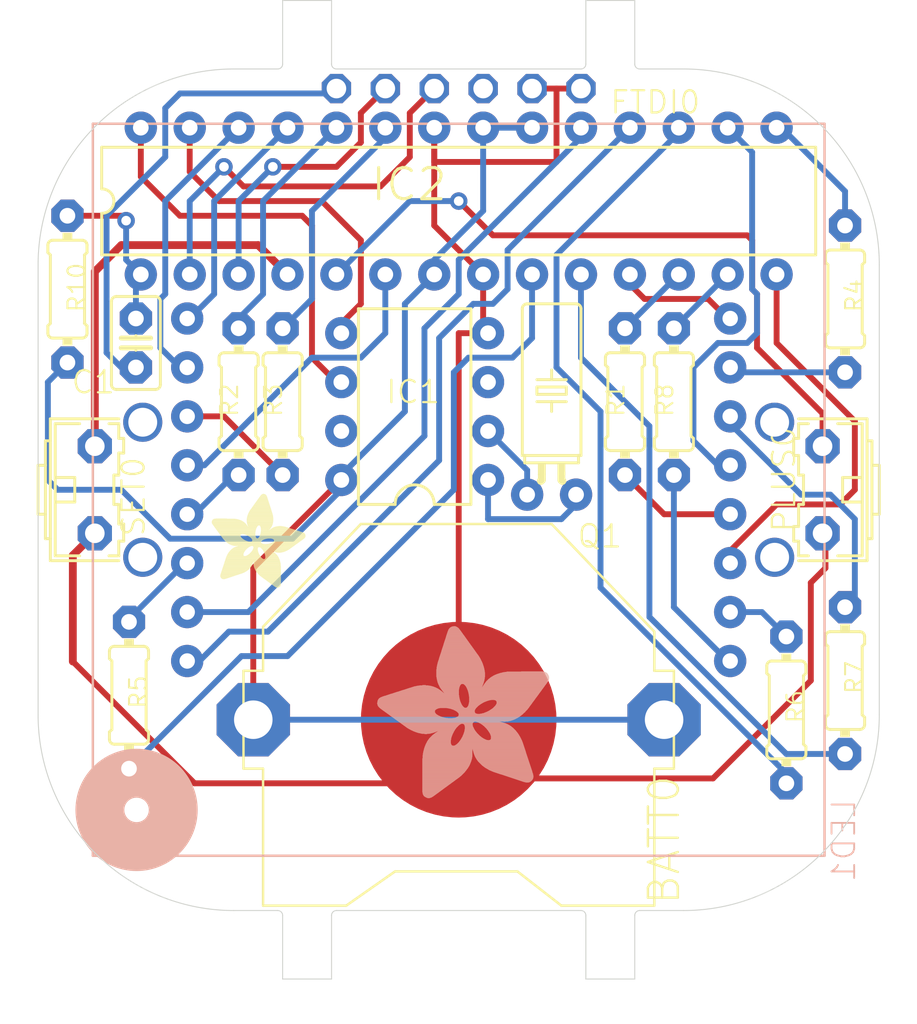
<source format=kicad_pcb>
(kicad_pcb (version 20221018) (generator pcbnew)
  (layers (0 "F.Cu" signal) (1 "In1.Cu" signal) (2 "In2.Cu" signal) (3 "In3.Cu" signal) (4 "In4.Cu" signal) (5 "In5.Cu" signal) (6 "In6.Cu" signal) (7 "In7.Cu" signal) (8 "In8.Cu" signal) (9 "In9.Cu" signal) (10 "In10.Cu" signal) (11 "In11.Cu" signal) (12 "In12.Cu" signal) (13 "In13.Cu" signal) (14 "In14.Cu" signal) (31 "B.Cu" signal) (34 "B.Paste" user) (35 "F.Paste" user) (36 "B.SilkS" user "B.Silkscreen") (37 "F.SilkS" user "F.Silkscreen") (38 "B.Mask" user) (39 "F.Mask" user) (44 "Edge.Cuts" user))
  (net 0 "")
  (net 1 "GND")
  (net 2 "VCC")
  (net 3 "N$1")
  (net 4 "N$2")
  (net 5 "N$3")
  (net 6 "I2C_SDA")
  (net 7 "I2C_SCL")
  (net 8 "LEDCATHODE0")
  (net 9 "LEDCATHODE1")
  (net 10 "LEDCATHODE2")
  (net 11 "LEDCATHODE5")
  (net 12 "LEDCATHODE7")
  (net 13 "LEDCATHODE6")
  (net 14 "LEDCATHODE3")
  (net 15 "LEDCATHODE4")
  (net 16 "LEDANODE7")
  (net 17 "LEDANODE6")
  (net 18 "LEDANODE5")
  (net 19 "LEDANODE4")
  (net 20 "LEDANODE3")
  (net 21 "LEDANODE2")
  (net 22 "LEDANODE1")
  (net 23 "LEDANODE0")
  (net 24 "N$10")
  (net 25 "N$7")
  (net 26 "N$6")
  (net 27 "N$13")
  (net 28 "N$14")
  (net 29 "N$9")
  (net 30 "N$8")
  (net 31 "N$11")
  (net 32 "TXD")
  (net 33 "RXD")
  (net 34 "N$16")
  (net 35 "N$4")
  (net 36 "N$5")
  (footprint "working:1X06-CLEAN" (layer "F.Cu") (at 148.5011 84.1756 180)
    (fp_text reference "FTDI0" (at -7.7978 -0.7112) (layer "F.SilkS") (effects (font (size 1.1557 1.1557) (thickness 0.1143)) (justify left)))
    (fp_text value "DNP")
    (pad "1" thru_hole roundrect (at -6.35 0 270) (size 1.524 1.524) (drill 1.016) (layers "*.Cu" "*.Mask") (chamfer_ratio 0.2928932188) (chamfer top_left top_right bottom_left bottom_right) (net 1 "GND"))
    (pad "2" thru_hole roundrect (at -3.81 0 270) (size 1.524 1.524) (drill 1.016) (layers "*.Cu" "*.Mask") (chamfer_ratio 0.2928932188) (chamfer top_left top_right bottom_left bottom_right) (net 1 "GND"))
    (pad "3" thru_hole roundrect (at -1.27 0 270) (size 1.524 1.524) (drill 1.016) (layers "*.Cu" "*.Mask") (chamfer_ratio 0.2928932188) (chamfer top_left top_right bottom_left bottom_right))
    (pad "4" thru_hole roundrect (at 1.27 0 270) (size 1.524 1.524) (drill 1.016) (layers "*.Cu" "*.Mask") (chamfer_ratio 0.2928932188) (chamfer top_left top_right bottom_left bottom_right) (net 33 "RXD"))
    (pad "5" thru_hole roundrect (at 3.81 0 270) (size 1.524 1.524) (drill 1.016) (layers "*.Cu" "*.Mask") (chamfer_ratio 0.2928932188) (chamfer top_left top_right bottom_left bottom_right) (net 32 "TXD"))
    (pad "6" thru_hole roundrect (at 6.35 0 270) (size 1.524 1.524) (drill 1.016) (layers "*.Cu" "*.Mask") (chamfer_ratio 0.2928932188) (chamfer top_left top_right bottom_left bottom_right) (net 34 "N$16"))
  )
  (footprint "working:0204_7" (layer "F.Cu") (at 157.1371 100.4316 -90)
    (fp_text reference "R1" (at -1.016 0.4826 90) (layer "F.SilkS") (effects (font (size 0.885993 0.885993) (thickness 0.104607)) (justify right)))
    (fp_text value "47")
    (pad "1" thru_hole roundrect (at -3.81 0 270) (size 1.6764 1.6764) (drill 0.8128) (layers "*.Cu" "*.Mask") (chamfer_ratio 0.2928932188) (chamfer top_left top_right bottom_left bottom_right) (net 26 "N$6"))
    (pad "2" thru_hole roundrect (at 3.81 0 270) (size 1.6764 1.6764) (drill 0.8128) (layers "*.Cu" "*.Mask") (chamfer_ratio 0.2928932188) (chamfer top_left top_right bottom_left bottom_right) (net 23 "LEDANODE0"))
  )
  (footprint "working:0204_7" (layer "F.Cu") (at 137.0711 100.4316 -90)
    (fp_text reference "R2" (at -1.016 0.4826 90) (layer "F.SilkS") (effects (font (size 0.885993 0.885993) (thickness 0.104607)) (justify right)))
    (fp_text value "47")
    (pad "1" thru_hole roundrect (at -3.81 0 270) (size 1.6764 1.6764) (drill 0.8128) (layers "*.Cu" "*.Mask") (chamfer_ratio 0.2928932188) (chamfer top_left top_right bottom_left bottom_right) (net 24 "N$10"))
    (pad "2" thru_hole roundrect (at 3.81 0 270) (size 1.6764 1.6764) (drill 0.8128) (layers "*.Cu" "*.Mask") (chamfer_ratio 0.2928932188) (chamfer top_left top_right bottom_left bottom_right) (net 21 "LEDANODE2"))
  )
  (footprint "working:0204_7" (layer "F.Cu") (at 131.3779 115.6716 90)
    (fp_text reference "R5" (at -0.762 0.4826 90) (layer "F.SilkS") (effects (font (size 0.885993 0.885993) (thickness 0.104607)) (justify left)))
    (fp_text value "47")
    (pad "1" thru_hole roundrect (at -3.81 0 90) (size 1.6764 1.6764) (drill 0.8128) (layers "*.Cu" "*.Mask") (chamfer_ratio 0.2928932188) (chamfer top_left top_right bottom_left bottom_right) (net 30 "N$8"))
    (pad "2" thru_hole roundrect (at 3.81 0 90) (size 1.6764 1.6764) (drill 0.8128) (layers "*.Cu" "*.Mask") (chamfer_ratio 0.2928932188) (chamfer top_left top_right bottom_left bottom_right) (net 22 "LEDANODE1"))
  )
  (footprint "working:DIL28-3-ROUND" (layer "F.Cu") (at 148.5011 90.0176)
    (fp_text reference "IC2" (at -0.508 -0.8636) (layer "F.SilkS") (effects (font (size 1.61798 1.61798) (thickness 0.16002)) (justify right)))
    (fp_text value "ATMEGA168PROUND")
    (pad "1" thru_hole circle (at -16.51 3.81 90) (size 1.6764 1.6764) (drill 0.8128) (layers "*.Cu" "*.Mask") (net 3 "N$1"))
    (pad "2" thru_hole circle (at -13.97 3.81 90) (size 1.6764 1.6764) (drill 0.8128) (layers "*.Cu" "*.Mask") (net 33 "RXD"))
    (pad "3" thru_hole circle (at -11.43 3.81 90) (size 1.6764 1.6764) (drill 0.8128) (layers "*.Cu" "*.Mask") (net 32 "TXD"))
    (pad "4" thru_hole circle (at -8.89 3.81 90) (size 1.6764 1.6764) (drill 0.8128) (layers "*.Cu" "*.Mask") (net 35 "N$4"))
    (pad "5" thru_hole circle (at -6.35 3.81 90) (size 1.6764 1.6764) (drill 0.8128) (layers "*.Cu" "*.Mask") (net 36 "N$5"))
    (pad "6" thru_hole circle (at -3.81 3.81 90) (size 1.6764 1.6764) (drill 0.8128) (layers "*.Cu" "*.Mask") (net 12 "LEDCATHODE7"))
    (pad "7" thru_hole circle (at -1.27 3.81 90) (size 1.6764 1.6764) (drill 0.8128) (layers "*.Cu" "*.Mask") (net 2 "VCC"))
    (pad "8" thru_hole circle (at 1.27 3.81 90) (size 1.6764 1.6764) (drill 0.8128) (layers "*.Cu" "*.Mask") (net 1 "GND"))
    (pad "9" thru_hole circle (at 3.81 3.81 90) (size 1.6764 1.6764) (drill 0.8128) (layers "*.Cu" "*.Mask") (net 30 "N$8"))
    (pad "10" thru_hole circle (at 6.35 3.81 90) (size 1.6764 1.6764) (drill 0.8128) (layers "*.Cu" "*.Mask") (net 29 "N$9"))
    (pad "11" thru_hole circle (at 8.89 3.81 90) (size 1.6764 1.6764) (drill 0.8128) (layers "*.Cu" "*.Mask") (net 8 "LEDCATHODE0"))
    (pad "12" thru_hole circle (at 11.43 3.81 90) (size 1.6764 1.6764) (drill 0.8128) (layers "*.Cu" "*.Mask") (net 26 "N$6"))
    (pad "13" thru_hole circle (at 13.97 3.81 90) (size 1.6764 1.6764) (drill 0.8128) (layers "*.Cu" "*.Mask") (net 27 "N$13"))
    (pad "14" thru_hole circle (at 16.51 3.81 90) (size 1.6764 1.6764) (drill 0.8128) (layers "*.Cu" "*.Mask") (net 9 "LEDCATHODE1"))
    (pad "15" thru_hole circle (at 16.51 -3.81 90) (size 1.6764 1.6764) (drill 0.8128) (layers "*.Cu" "*.Mask") (net 28 "N$14"))
    (pad "16" thru_hole circle (at 13.97 -3.81 90) (size 1.6764 1.6764) (drill 0.8128) (layers "*.Cu" "*.Mask") (net 14 "LEDCATHODE3"))
    (pad "17" thru_hole circle (at 11.43 -3.81 90) (size 1.6764 1.6764) (drill 0.8128) (layers "*.Cu" "*.Mask") (net 31 "N$11"))
    (pad "18" thru_hole circle (at 8.89 -3.81 90) (size 1.6764 1.6764) (drill 0.8128) (layers "*.Cu" "*.Mask") (net 15 "LEDCATHODE4"))
    (pad "19" thru_hole circle (at 6.35 -3.81 90) (size 1.6764 1.6764) (drill 0.8128) (layers "*.Cu" "*.Mask") (net 13 "LEDCATHODE6"))
    (pad "20" thru_hole circle (at 3.81 -3.81 90) (size 1.6764 1.6764) (drill 0.8128) (layers "*.Cu" "*.Mask") (net 2 "VCC"))
    (pad "21" thru_hole circle (at 1.27 -3.81 90) (size 1.6764 1.6764) (drill 0.8128) (layers "*.Cu" "*.Mask") (net 2 "VCC"))
    (pad "22" thru_hole circle (at -1.27 -3.81 90) (size 1.6764 1.6764) (drill 0.8128) (layers "*.Cu" "*.Mask") (net 1 "GND"))
    (pad "23" thru_hole circle (at -3.81 -3.81 90) (size 1.6764 1.6764) (drill 0.8128) (layers "*.Cu" "*.Mask") (net 25 "N$7"))
    (pad "24" thru_hole circle (at -6.35 -3.81 90) (size 1.6764 1.6764) (drill 0.8128) (layers "*.Cu" "*.Mask") (net 24 "N$10"))
    (pad "25" thru_hole circle (at -8.89 -3.81 90) (size 1.6764 1.6764) (drill 0.8128) (layers "*.Cu" "*.Mask") (net 10 "LEDCATHODE2"))
    (pad "26" thru_hole circle (at -11.43 -3.81 90) (size 1.6764 1.6764) (drill 0.8128) (layers "*.Cu" "*.Mask") (net 11 "LEDCATHODE5"))
    (pad "27" thru_hole circle (at -13.97 -3.81 90) (size 1.6764 1.6764) (drill 0.8128) (layers "*.Cu" "*.Mask") (net 6 "I2C_SDA"))
    (pad "28" thru_hole circle (at -16.51 -3.81 90) (size 1.6764 1.6764) (drill 0.8128) (layers "*.Cu" "*.Mask") (net 7 "I2C_SCL"))
  )
  (footprint "working:0204_7" (layer "F.Cu") (at 139.3571 100.4316 -90)
    (fp_text reference "R3" (at -1.016 0.4826 90) (layer "F.SilkS") (effects (font (size 0.885993 0.885993) (thickness 0.104607)) (justify right)))
    (fp_text value "47")
    (pad "1" thru_hole roundrect (at -3.81 0 270) (size 1.6764 1.6764) (drill 0.8128) (layers "*.Cu" "*.Mask") (chamfer_ratio 0.2928932188) (chamfer top_left top_right bottom_left bottom_right) (net 25 "N$7"))
    (pad "2" thru_hole roundrect (at 3.81 0 270) (size 1.6764 1.6764) (drill 0.8128) (layers "*.Cu" "*.Mask") (chamfer_ratio 0.2928932188) (chamfer top_left top_right bottom_left bottom_right) (net 19 "LEDANODE4"))
  )
  (footprint "working:C025-025X050" (layer "F.Cu") (at 131.7371 97.3836 90)
    (fp_text reference "C1" (at -2.032 -1.016) (layer "F.SilkS") (effects (font (size 1.1557 1.1557) (thickness 0.1143)) (justify right)))
    (fp_text value "0.1uF")
    (pad "1" thru_hole roundrect (at -1.27 0 90) (size 1.6764 1.6764) (drill 0.8128) (layers "*.Cu" "*.Mask") (chamfer_ratio 0.2928932188) (chamfer top_left top_right bottom_left bottom_right) (net 34 "N$16"))
    (pad "2" thru_hole roundrect (at 1.27 0 90) (size 1.6764 1.6764) (drill 0.8128) (layers "*.Cu" "*.Mask") (chamfer_ratio 0.2928932188) (chamfer top_left top_right bottom_left bottom_right) (net 3 "N$1"))
  )
  (footprint "working:DIL08-ROUND" (layer "F.Cu") (at 146.2151 100.6856 90)
    (fp_text reference "IC1" (at 0.762 1.397) (layer "F.SilkS") (effects (font (size 1.1557 1.1557) (thickness 0.1143)) (justify right)))
    (fp_text value "DS1337")
    (pad "1" thru_hole circle (at -3.81 3.81 180) (size 1.6764 1.6764) (drill 0.8128) (layers "*.Cu" "*.Mask") (net 4 "N$2"))
    (pad "2" thru_hole circle (at -1.27 3.81 180) (size 1.6764 1.6764) (drill 0.8128) (layers "*.Cu" "*.Mask") (net 5 "N$3"))
    (pad "3" thru_hole circle (at 1.27 3.81 180) (size 1.6764 1.6764) (drill 0.8128) (layers "*.Cu" "*.Mask"))
    (pad "4" thru_hole circle (at 3.81 3.81 180) (size 1.6764 1.6764) (drill 0.8128) (layers "*.Cu" "*.Mask") (net 1 "GND"))
    (pad "5" thru_hole circle (at 3.81 -3.81 180) (size 1.6764 1.6764) (drill 0.8128) (layers "*.Cu" "*.Mask") (net 6 "I2C_SDA"))
    (pad "6" thru_hole circle (at 1.27 -3.81 180) (size 1.6764 1.6764) (drill 0.8128) (layers "*.Cu" "*.Mask") (net 7 "I2C_SCL"))
    (pad "7" thru_hole circle (at -1.27 -3.81 180) (size 1.6764 1.6764) (drill 0.8128) (layers "*.Cu" "*.Mask"))
    (pad "8" thru_hole circle (at -3.81 -3.81 180) (size 1.6764 1.6764) (drill 0.8128) (layers "*.Cu" "*.Mask") (net 2 "VCC"))
  )
  (footprint "working:0204_7" (layer "F.Cu") (at 128.1811 94.5896 90)
    (fp_text reference "R10" (at -1.27 0.4826 90) (layer "F.SilkS") (effects (font (size 0.885993 0.885993) (thickness 0.104607)) (justify left)))
    (fp_text value "10K")
    (pad "1" thru_hole roundrect (at -3.81 0 90) (size 1.6764 1.6764) (drill 0.8128) (layers "*.Cu" "*.Mask") (chamfer_ratio 0.2928932188) (chamfer top_left top_right bottom_left bottom_right) (net 2 "VCC"))
    (pad "2" thru_hole roundrect (at 3.81 0 90) (size 1.6764 1.6764) (drill 0.8128) (layers "*.Cu" "*.Mask") (chamfer_ratio 0.2928932188) (chamfer top_left top_right bottom_left bottom_right) (net 3 "N$1"))
  )
  (footprint "working:0204_7" (layer "F.Cu") (at 165.5191 116.4336 90)
    (fp_text reference "R6" (at -0.762 0.4826 90) (layer "F.SilkS") (effects (font (size 0.885993 0.885993) (thickness 0.104607)) (justify left)))
    (fp_text value "47")
    (pad "1" thru_hole roundrect (at -3.81 0 90) (size 1.6764 1.6764) (drill 0.8128) (layers "*.Cu" "*.Mask") (chamfer_ratio 0.2928932188) (chamfer top_left top_right bottom_left bottom_right) (net 31 "N$11"))
    (pad "2" thru_hole roundrect (at 3.81 0 90) (size 1.6764 1.6764) (drill 0.8128) (layers "*.Cu" "*.Mask") (chamfer_ratio 0.2928932188) (chamfer top_left top_right bottom_left bottom_right) (net 17 "LEDANODE6"))
  )
  (footprint "working:CR2032-THRU" (layer "F.Cu") (at 148.5011 116.9416 180)
    (fp_text reference "BATT0" (at -10.668 -2.794 90) (layer "F.SilkS") (effects (font (size 1.553017 1.553017) (thickness 0.123383)) (justify right)))
    (fp_text value "CR2032")
    (pad "+1" thru_hole roundrect (at -10.668 0 180) (size 3.81 3.81) (drill 2) (layers "*.Cu" "*.Mask") (chamfer_ratio 0.2928932188) (chamfer top_left top_right bottom_left bottom_right) (net 2 "VCC"))
    (pad "+2" thru_hole roundrect (at 10.668 0 180) (size 3.81 3.81) (drill 2) (layers "*.Cu" "*.Mask") (chamfer_ratio 0.2928932188) (chamfer top_left top_right bottom_left bottom_right) (net 2 "VCC"))
    (pad "-" smd roundrect (at 0 0 180) (size 10.16 10.16) (layers "F.Cu" "F.Paste" "F.Mask") (roundrect_rratio 0.5) (net 1 "GND"))
  )
  (footprint "working:B3F-31XX-SKINNIER" (layer "F.Cu") (at 130.8481 105.0036 -90)
    (fp_text reference "SET0" (at -1.778 -0.762 90) (layer "F.SilkS") (effects (font (size 1.1557 1.1557) (thickness 0.1143)) (justify right)))
    (fp_text value "")
    (pad "1" thru_hole roundrect (at -2.2606 1.2446 270) (size 1.778 1.778) (drill 1.016) (layers "*.Cu" "*.Mask") (chamfer_ratio 0.2928932188) (chamfer top_left top_right bottom_left bottom_right) (net 35 "N$4"))
    (pad "2" thru_hole roundrect (at 2.2606 1.2446 270) (size 1.778 1.778) (drill 1.016) (layers "*.Cu" "*.Mask") (chamfer_ratio 0.2928932188) (chamfer top_left top_right bottom_left bottom_right) (net 1 "GND"))
    (pad "3" thru_hole circle (at -3.5052 -1.2446 270) (size 2.032 2.032) (drill 1.4986) (layers "*.Cu" "*.Mask"))
    (pad "4" thru_hole circle (at 3.5052 -1.2446 270) (size 2.032 2.032) (drill 1.4986) (layers "*.Cu" "*.Mask"))
  )
  (footprint "working:TC38H" (layer "F.Cu") (at 153.3271 105.2576)
    (fp_text reference "Q1" (at 1.27 2.159) (layer "F.SilkS") (effects (font (size 1.1557 1.1557) (thickness 0.1143)) (justify left)))
    (fp_text value "32.768KHz")
    (pad "1" thru_hole circle (at -1.27 0) (size 1.6764 1.6764) (drill 0.8128) (layers "*.Cu" "*.Mask") (net 5 "N$3"))
    (pad "2" thru_hole circle (at 1.27 0) (size 1.6764 1.6764) (drill 0.8128) (layers "*.Cu" "*.Mask") (net 4 "N$2"))
  )
  (footprint "working:0204_7" (layer "F.Cu") (at 168.5671 95.0976 -90)
    (fp_text reference "R4" (at 0.762 -0.4826 90) (layer "F.SilkS") (effects (font (size 0.885993 0.885993) (thickness 0.104607)) (justify left)))
    (fp_text value "47")
    (pad "1" thru_hole roundrect (at -3.81 0 270) (size 1.6764 1.6764) (drill 0.8128) (layers "*.Cu" "*.Mask") (chamfer_ratio 0.2928932188) (chamfer top_left top_right bottom_left bottom_right) (net 28 "N$14"))
    (pad "2" thru_hole roundrect (at 3.81 0 270) (size 1.6764 1.6764) (drill 0.8128) (layers "*.Cu" "*.Mask") (chamfer_ratio 0.2928932188) (chamfer top_left top_right bottom_left bottom_right) (net 20 "LEDANODE3"))
  )
  (footprint "working:0204_7" (layer "F.Cu") (at 159.6771 100.4316 -90)
    (fp_text reference "R8" (at -1.016 0.4826 90) (layer "F.SilkS") (effects (font (size 0.885993 0.885993) (thickness 0.104607)) (justify right)))
    (fp_text value "47")
    (pad "1" thru_hole roundrect (at -3.81 0 270) (size 1.6764 1.6764) (drill 0.8128) (layers "*.Cu" "*.Mask") (chamfer_ratio 0.2928932188) (chamfer top_left top_right bottom_left bottom_right) (net 27 "N$13"))
    (pad "2" thru_hole roundrect (at 3.81 0 270) (size 1.6764 1.6764) (drill 0.8128) (layers "*.Cu" "*.Mask") (chamfer_ratio 0.2928932188) (chamfer top_left top_right bottom_left bottom_right) (net 16 "LEDANODE7"))
  )
  (footprint "working:ADAFRUIT_5MM" (layer "F.Cu") (at 135.6741 110.0836)
    (fp_text reference "U$1" hide)
    (fp_text value "" hide)
  )
  (footprint "working:0204_7" (layer "F.Cu") (at 168.5671 114.9096 90)
    (fp_text reference "R7" (at -0.762 0.4826 90) (layer "F.SilkS") (effects (font (size 0.885993 0.885993) (thickness 0.104607)) (justify left)))
    (fp_text value "47")
    (pad "1" thru_hole roundrect (at -3.81 0 90) (size 1.6764 1.6764) (drill 0.8128) (layers "*.Cu" "*.Mask") (chamfer_ratio 0.2928932188) (chamfer top_left top_right bottom_left bottom_right) (net 29 "N$9"))
    (pad "2" thru_hole roundrect (at 3.81 0 90) (size 1.6764 1.6764) (drill 0.8128) (layers "*.Cu" "*.Mask") (chamfer_ratio 0.2928932188) (chamfer top_left top_right bottom_left bottom_right) (net 18 "LEDANODE5"))
  )
  (footprint "working:B3F-31XX-SKINNIER" (layer "F.Cu") (at 166.1541 105.0036 90)
    (fp_text reference "PLUS0" (at -2.286 -0.762 90) (layer "F.SilkS") (effects (font (size 1.1557 1.1557) (thickness 0.1143)) (justify left)))
    (fp_text value "")
    (pad "1" thru_hole roundrect (at -2.2606 1.2446 90) (size 1.778 1.778) (drill 1.016) (layers "*.Cu" "*.Mask") (chamfer_ratio 0.2928932188) (chamfer top_left top_right bottom_left bottom_right) (net 1 "GND"))
    (pad "2" thru_hole roundrect (at 2.2606 1.2446 90) (size 1.778 1.778) (drill 1.016) (layers "*.Cu" "*.Mask") (chamfer_ratio 0.2928932188) (chamfer top_left top_right bottom_left bottom_right) (net 36 "N$5"))
    (pad "3" thru_hole circle (at -3.5052 -1.2446 90) (size 2.032 2.032) (drill 1.4986) (layers "*.Cu" "*.Mask"))
    (pad "4" thru_hole circle (at 3.5052 -1.2446 90) (size 2.032 2.032) (drill 1.4986) (layers "*.Cu" "*.Mask"))
  )
  (footprint "working:ADAFRUIT_9MM" (layer "B.Cu") (at 153.2001 121.0056 180)
    (fp_text reference "U$2" hide)
    (fp_text value "" hide)
  )
  (footprint "working:SEGMENT_BL-M15A881" (layer "B.Cu") (at 148.5011 105.0036 90)
    (fp_text reference "LED1" (at -16 20 90) (layer "B.SilkS") (effects (font (size 1.176528 1.176528) (thickness 0.093472)) (justify left mirror)))
    (fp_text value "BL-M15881B")
    (pad "1" thru_hole circle (at -8.89 -14.1 90) (size 1.6764 1.6764) (drill 0.8) (layers "*.Cu" "*.Mask") (net 15 "LEDCATHODE4"))
    (pad "2" thru_hole circle (at -6.35 -14.1 90) (size 1.6764 1.6764) (drill 0.8) (layers "*.Cu" "*.Mask") (net 13 "LEDCATHODE6"))
    (pad "3" thru_hole circle (at -3.81 -14.1 90) (size 1.6764 1.6764) (drill 0.8) (layers "*.Cu" "*.Mask") (net 22 "LEDANODE1"))
    (pad "4" thru_hole circle (at -1.27 -14.1 90) (size 1.6764 1.6764) (drill 0.8) (layers "*.Cu" "*.Mask") (net 21 "LEDANODE2"))
    (pad "5" thru_hole circle (at 1.27 -14.1 90) (size 1.6764 1.6764) (drill 0.8) (layers "*.Cu" "*.Mask") (net 12 "LEDCATHODE7"))
    (pad "6" thru_hole circle (at 3.81 -14.1 90) (size 1.6764 1.6764) (drill 0.8) (layers "*.Cu" "*.Mask") (net 19 "LEDANODE4"))
    (pad "7" thru_hole circle (at 6.35 -14.1 90) (size 1.6764 1.6764) (drill 0.8) (layers "*.Cu" "*.Mask") (net 11 "LEDCATHODE5"))
    (pad "8" thru_hole circle (at 8.89 -14.1 90) (size 1.6764 1.6764) (drill 0.8) (layers "*.Cu" "*.Mask") (net 10 "LEDCATHODE2"))
    (pad "9" thru_hole circle (at 8.89 14.1 270) (size 1.6764 1.6764) (drill 0.8) (layers "*.Cu" "*.Mask") (net 8 "LEDCATHODE0"))
    (pad "10" thru_hole circle (at 6.35 14.1 270) (size 1.6764 1.6764) (drill 0.8) (layers "*.Cu" "*.Mask") (net 20 "LEDANODE3"))
    (pad "11" thru_hole circle (at 3.81 14.1 270) (size 1.6764 1.6764) (drill 0.8) (layers "*.Cu" "*.Mask") (net 18 "LEDANODE5"))
    (pad "12" thru_hole circle (at 1.27 14.1 270) (size 1.6764 1.6764) (drill 0.8) (layers "*.Cu" "*.Mask") (net 14 "LEDCATHODE3"))
    (pad "13" thru_hole circle (at -1.27 14.1 270) (size 1.6764 1.6764) (drill 0.8) (layers "*.Cu" "*.Mask") (net 23 "LEDANODE0"))
    (pad "14" thru_hole circle (at -3.81 14.1 270) (size 1.6764 1.6764) (drill 0.8) (layers "*.Cu" "*.Mask") (net 9 "LEDCATHODE1"))
    (pad "15" thru_hole circle (at -6.35 14.1 270) (size 1.6764 1.6764) (drill 0.8) (layers "*.Cu" "*.Mask") (net 17 "LEDANODE6"))
    (pad "16" thru_hole circle (at -8.89 14.1 270) (size 1.6764 1.6764) (drill 0.8) (layers "*.Cu" "*.Mask") (net 16 "LEDANODE7"))
  )
  (gr_arc (start 139.1031 126.8476) (mid 139.282705 126.921995) (end 139.3571 127.1016) (stroke (width 0.05)) (layer "Edge.Cuts"))
  (gr_line (start 155.1051 82.9056) (end 155.1051 79.6036) (stroke (width 0.05)) (layer "Edge.Cuts"))
  (gr_line (start 157.6451 82.9056) (end 157.6451 79.6036) (stroke (width 0.05)) (layer "Edge.Cuts"))
  (gr_line (start 139.3571 127.1016) (end 139.3571 130.4036) (stroke (width 0.05)) (layer "Edge.Cuts"))
  (gr_line (start 139.3571 79.6036) (end 141.8971 79.6036) (stroke (width 0.05)) (layer "Edge.Cuts"))
  (gr_arc (start 136.8171 126.8476) (mid 129.632895 123.871805) (end 126.6571 116.6876) (stroke (width 0.05)) (layer "Edge.Cuts"))
  (gr_line (start 170.3451 116.6876) (end 170.3451 93.3196) (stroke (width 0.05)) (layer "Edge.Cuts"))
  (gr_arc (start 139.3571 82.9056) (mid 139.282705 83.085205) (end 139.1031 83.1596) (stroke (width 0.05)) (layer "Edge.Cuts"))
  (gr_line (start 141.8971 127.1016) (end 141.8971 130.4036) (stroke (width 0.05)) (layer "Edge.Cuts"))
  (gr_line (start 139.1031 126.8476) (end 136.8171 126.8476) (stroke (width 0.05)) (layer "Edge.Cuts"))
  (gr_arc (start 157.6451 127.1016) (mid 157.719495 126.921995) (end 157.8991 126.8476) (stroke (width 0.05)) (layer "Edge.Cuts"))
  (gr_arc (start 155.1051 82.9056) (mid 155.030705 83.085205) (end 154.8511 83.1596) (stroke (width 0.05)) (layer "Edge.Cuts"))
  (gr_line (start 157.6451 130.4036) (end 155.1051 130.4036) (stroke (width 0.05)) (layer "Edge.Cuts"))
  (gr_arc (start 170.3451 116.6876) (mid 167.369305 123.871805) (end 160.1851 126.8476) (stroke (width 0.05)) (layer "Edge.Cuts"))
  (gr_line (start 160.1851 83.1596) (end 157.8991 83.1596) (stroke (width 0.05)) (layer "Edge.Cuts"))
  (gr_arc (start 157.8991 83.1596) (mid 157.719495 83.085205) (end 157.6451 82.9056) (stroke (width 0.05)) (layer "Edge.Cuts"))
  (gr_arc (start 142.1511 83.1596) (mid 141.971495 83.085205) (end 141.8971 82.9056) (stroke (width 0.05)) (layer "Edge.Cuts"))
  (gr_line (start 160.1851 126.8476) (end 157.8991 126.8476) (stroke (width 0.05)) (layer "Edge.Cuts"))
  (gr_arc (start 160.1851 83.1596) (mid 167.369305 86.135395) (end 170.3451 93.3196) (stroke (width 0.05)) (layer "Edge.Cuts"))
  (gr_arc (start 141.8971 127.1016) (mid 141.971495 126.921995) (end 142.1511 126.8476) (stroke (width 0.05)) (layer "Edge.Cuts"))
  (gr_line (start 154.8511 126.8476) (end 142.1511 126.8476) (stroke (width 0.05)) (layer "Edge.Cuts"))
  (gr_arc (start 126.6571 93.3196) (mid 129.632895 86.135395) (end 136.8171 83.1596) (stroke (width 0.05)) (layer "Edge.Cuts"))
  (gr_line (start 141.8971 130.4036) (end 139.3571 130.4036) (stroke (width 0.05)) (layer "Edge.Cuts"))
  (gr_line (start 126.6571 93.3196) (end 126.6571 116.6876) (stroke (width 0.05)) (layer "Edge.Cuts"))
  (gr_line (start 141.8971 79.6036) (end 141.8971 82.9056) (stroke (width 0.05)) (layer "Edge.Cuts"))
  (gr_line (start 155.1051 79.6036) (end 157.6451 79.6036) (stroke (width 0.05)) (layer "Edge.Cuts"))
  (gr_line (start 157.6451 127.1016) (end 157.6451 130.4036) (stroke (width 0.05)) (layer "Edge.Cuts"))
  (gr_line (start 155.1051 130.4036) (end 155.1051 127.1016) (stroke (width 0.05)) (layer "Edge.Cuts"))
  (gr_arc (start 154.8511 126.8476) (mid 155.030705 126.921995) (end 155.1051 127.1016) (stroke (width 0.05)) (layer "Edge.Cuts"))
  (gr_line (start 136.8171 83.1596) (end 139.1031 83.1596) (stroke (width 0.05)) (layer "Edge.Cuts"))
  (gr_line (start 139.3571 82.9056) (end 139.3571 79.6036) (stroke (width 0.05)) (layer "Edge.Cuts"))
  (gr_line (start 142.1511 83.1596) (end 154.8511 83.1596) (stroke (width 0.05)) (layer "Edge.Cuts"))
  (segment (start 153.5811 87.9856) (end 153.5811 84.1756) (width 0.3048) (layer "F.Cu") (net 1))
  (segment (start 148.5011 116.9416) (end 148.5011 96.8756) (width 0.3048) (layer "F.Cu") (net 1))
  (segment (start 144.9451 120.2436) (end 134.7851 120.2436) (width 0.3048) (layer "F.Cu") (net 1))
  (segment (start 149.7711 96.6216) (end 149.7711 93.8276) (width 0.3048) (layer "F.Cu") (net 1))
  (segment (start 148.5011 117.1956) (end 147.9931 117.1956) (width 0.3048) (layer "F.Cu") (net 1))
  (segment (start 167.5511 107.4166) (end 167.3987 107.2642) (width 0.3048) (layer "F.Cu") (net 1))
  (segment (start 151.5491 119.9896) (end 148.5011 116.9416) (width 0.3048) (layer "F.Cu") (net 1))
  (segment (start 153.5811 84.1756) (end 152.3111 84.1756) (width 0.3048) (layer "F.Cu") (net 1))
  (segment (start 147.9931 117.1956) (end 144.9451 120.2436) (width 0.3048) (layer "F.Cu") (net 1))
  (segment (start 134.7851 120.2436) (end 128.4605 113.919) (width 0.3048) (layer "F.Cu") (net 1))
  (segment (start 167.5511 109.0676) (end 167.5511 107.4166) (width 0.3048) (layer "F.Cu") (net 1))
  (segment (start 161.7091 119.9896) (end 151.5491 119.9896) (width 0.3048) (layer "F.Cu") (net 1))
  (segment (start 150.0251 96.8756) (end 149.7711 96.6216) (width 0.3048) (layer "F.Cu") (net 1))
  (segment (start 148.5011 116.9416) (end 148.5011 117.1956) (width 0.3048) (layer "F.Cu") (net 1))
  (segment (start 149.7711 93.8276) (end 147.2311 91.2876) (width 0.3048) (layer "F.Cu") (net 1))
  (segment (start 147.2311 91.2876) (end 147.2311 86.2076) (width 0.3048) (layer "F.Cu") (net 1))
  (segment (start 148.5011 116.9416) (end 148.5011 116.6876) (width 0.3048) (layer "F.Cu") (net 1))
  (segment (start 147.2311 86.2076) (end 147.2311 87.9856) (width 0.3048) (layer "F.Cu") (net 1))
  (segment (start 147.2311 87.9856) (end 153.5811 87.9856) (width 0.3048) (layer "F.Cu") (net 1))
  (segment (start 166.7891 114.9096) (end 166.7891 109.8296) (width 0.3048) (layer "F.Cu") (net 1))
  (segment (start 166.7891 109.8296) (end 167.5511 109.0676) (width 0.3048) (layer "F.Cu") (net 1))
  (segment (start 153.5811 84.1756) (end 154.8511 84.1756) (width 0.3048) (layer "F.Cu") (net 1))
  (segment (start 148.5011 96.8756) (end 150.0251 96.8756) (width 0.3048) (layer "F.Cu") (net 1))
  (segment (start 128.4605 108.4072) (end 129.6035 107.2642) (width 0.4064) (layer "F.Cu") (net 1))
  (segment (start 161.7091 119.9896) (end 166.7891 114.9096) (width 0.3048) (layer "F.Cu") (net 1))
  (segment (start 128.4605 113.919) (end 128.4605 108.4072) (width 0.4064) (layer "F.Cu") (net 1))
  (segment (start 137.8331 109.0676) (end 142.4051 104.4956) (width 0.3048) (layer "F.Cu") (net 2))
  (segment (start 137.8331 116.9416) (end 137.8331 109.0676) (width 0.3048) (layer "F.Cu") (net 2))
  (segment (start 133.5151 107.5436) (end 130.9751 105.0036) (width 0.3048) (layer "B.Cu") (net 2))
  (segment (start 142.4051 104.4956) (end 142.4051 104.2416) (width 0.3048) (layer "B.Cu") (net 2))
  (segment (start 142.1511 104.7496) (end 142.1511 105.2576) (width 0.3048) (layer "B.Cu") (net 2))
  (segment (start 145.7071 100.9396) (end 145.7071 95.3516) (width 0.3048) (layer "B.Cu") (net 2))
  (segment (start 149.7711 90.5256) (end 149.7711 86.4616) (width 0.3048) (layer "B.Cu") (net 2))
  (segment (start 150.0251 86.2076) (end 149.7711 85.9536) (width 0.4064) (layer "B.Cu") (net 2))
  (segment (start 142.1511 105.2576) (end 139.8651 107.5436) (width 0.3048) (layer "B.Cu") (net 2))
  (segment (start 149.7711 86.4616) (end 150.0251 86.2076) (width 0.3048) (layer "B.Cu") (net 2))
  (segment (start 159.1691 116.9416) (end 137.8331 116.9416) (width 0.3048) (layer "B.Cu") (net 2))
  (segment (start 142.4051 104.2416) (end 145.7071 100.9396) (width 0.3048) (layer "B.Cu") (net 2))
  (segment (start 127.1651 104.4956) (end 127.1651 99.4156) (width 0.3048) (layer "B.Cu") (net 2))
  (segment (start 127.1651 99.4156) (end 128.1811 98.3996) (width 0.3048) (layer "B.Cu") (net 2))
  (segment (start 147.2311 93.8276) (end 147.2311 93.0656) (width 0.3048) (layer "B.Cu") (net 2))
  (segment (start 150.0251 86.2076) (end 149.7711 86.2076) (width 0.4064) (layer "B.Cu") (net 2))
  (segment (start 137.8331 116.9416) (end 137.5791 116.6876) (width 0.3048) (layer "B.Cu") (net 2))
  (segment (start 147.2311 93.0656) (end 149.7711 90.5256) (width 0.3048) (layer "B.Cu") (net 2))
  (segment (start 139.8651 107.5436) (end 133.5151 107.5436) (width 0.3048) (layer "B.Cu") (net 2))
  (segment (start 145.7071 95.3516) (end 147.2311 93.8276) (width 0.3048) (layer "B.Cu") (net 2))
  (segment (start 127.6731 105.0036) (end 127.1651 104.4956) (width 0.3048) (layer "B.Cu") (net 2))
  (segment (start 142.4051 104.4956) (end 142.1511 104.7496) (width 0.3048) (layer "B.Cu") (net 2))
  (segment (start 150.0251 86.2076) (end 152.3111 86.2076) (width 0.3048) (layer "B.Cu") (net 2))
  (segment (start 130.9751 105.0036) (end 127.6731 105.0036) (width 0.3048) (layer "B.Cu") (net 2))
  (segment (start 131.2291 91.0336) (end 130.9751 90.7796) (width 0.3048) (layer "F.Cu") (net 3))
  (segment (start 130.9751 90.7796) (end 128.1811 90.7796) (width 0.3048) (layer "F.Cu") (net 3))
  (via (at 131.2291 91.0336) (size 0.9064) (drill 0.5) (layers "F.Cu" "B.Cu") (net 3))
  (segment (start 131.7371 94.0816) (end 131.7371 96.1136) (width 0.3048) (layer "B.Cu") (net 3))
  (segment (start 131.2291 93.0656) (end 131.9911 93.8276) (width 0.3048) (layer "B.Cu") (net 3))
  (segment (start 131.2291 91.0336) (end 131.2291 93.0656) (width 0.3048) (layer "B.Cu") (net 3))
  (segment (start 131.9911 93.8276) (end 131.7371 94.0816) (width 0.3048) (layer "B.Cu") (net 3))
  (segment (start 154.5971 105.7656) (end 154.5971 105.2576) (width 0.3048) (layer "B.Cu") (net 4))
  (segment (start 150.0251 104.4956) (end 150.0251 106.5276) (width 0.3048) (layer "B.Cu") (net 4))
  (segment (start 150.0251 106.5276) (end 153.8351 106.5276) (width 0.3048) (layer "B.Cu") (net 4))
  (segment (start 153.8351 106.5276) (end 154.5971 105.7656) (width 0.3048) (layer "B.Cu") (net 4))
  (segment (start 152.0571 105.2576) (end 152.0571 103.9876) (width 0.3048) (layer "B.Cu") (net 5))
  (segment (start 152.0571 103.9876) (end 150.0251 101.9556) (width 0.3048) (layer "B.Cu") (net 5))
  (segment (start 143.4211 92.0496) (end 141.3891 90.0176) (width 0.3048) (layer "F.Cu") (net 6))
  (segment (start 142.4051 96.8756) (end 142.4051 97.1296) (width 0.3048) (layer "F.Cu") (net 6))
  (segment (start 143.4211 95.3516) (end 143.4211 92.0496) (width 0.3048) (layer "F.Cu") (net 6))
  (segment (start 142.4051 96.3676) (end 143.4211 95.3516) (width 0.3048) (layer "F.Cu") (net 6))
  (segment (start 142.4051 96.8756) (end 142.4051 96.3676) (width 0.3048) (layer "F.Cu") (net 6))
  (segment (start 141.3891 90.0176) (end 136.0551 90.0176) (width 0.3048) (layer "F.Cu") (net 6))
  (segment (start 136.0551 90.0176) (end 134.5311 88.4936) (width 0.3048) (layer "F.Cu") (net 6))
  (segment (start 134.5311 88.4936) (end 134.5311 86.2076) (width 0.3048) (layer "F.Cu") (net 6))
  (segment (start 134.0231 90.7796) (end 131.9911 88.7476) (width 0.3048) (layer "F.Cu") (net 7))
  (segment (start 140.3731 90.7796) (end 134.0231 90.7796) (width 0.3048) (layer "F.Cu") (net 7))
  (segment (start 140.8811 98.1456) (end 140.8811 91.2876) (width 0.3048) (layer "F.Cu") (net 7))
  (segment (start 142.4051 99.4156) (end 142.1511 99.4156) (width 0.3048) (layer "F.Cu") (net 7))
  (segment (start 140.8811 91.2876) (end 140.3731 90.7796) (width 0.3048) (layer "F.Cu") (net 7))
  (segment (start 131.9911 88.7476) (end 131.9911 86.2076) (width 0.3048) (layer "F.Cu") (net 7))
  (segment (start 142.1511 99.4156) (end 140.8811 98.1456) (width 0.3048) (layer "F.Cu") (net 7))
  (segment (start 162.6011 96.1136) (end 162.7251 96.1136) (width 0.3048) (layer "F.Cu") (net 8))
  (segment (start 161.4551 95.0976) (end 162.4711 96.1136) (width 0.3048) (layer "F.Cu") (net 8))
  (segment (start 157.3911 94.3356) (end 157.3911 93.8276) (width 0.3048) (layer "F.Cu") (net 8))
  (segment (start 158.1531 95.0976) (end 161.4551 95.0976) (width 0.3048) (layer "F.Cu") (net 8))
  (segment (start 158.1531 95.0976) (end 157.3911 94.3356) (width 0.3048) (layer "F.Cu") (net 8))
  (segment (start 162.4711 96.1136) (end 162.6011 96.1136) (width 0.3048) (layer "F.Cu") (net 8))
  (segment (start 162.5741 108.2026) (end 162.6011 108.2026) (width 0.3048) (layer "F.Cu") (net 9))
  (segment (start 169.0751 101.4476) (end 169.0751 105.0036) (width 0.3048) (layer "F.Cu") (net 9))
  (segment (start 162.6011 108.2026) (end 162.6011 108.8136) (width 0.3048) (layer "F.Cu") (net 9))
  (segment (start 168.3131 105.7656) (end 165.0111 105.7656) (width 0.3048) (layer "F.Cu") (net 9))
  (segment (start 169.0751 105.0036) (end 168.3131 105.7656) (width 0.3048) (layer "F.Cu") (net 9))
  (segment (start 165.0111 105.7656) (end 162.5741 108.2026) (width 0.3048) (layer "F.Cu") (net 9))
  (segment (start 165.0111 97.3836) (end 165.0111 93.8276) (width 0.3048) (layer "F.Cu") (net 9))
  (segment (start 165.0111 97.3836) (end 169.0751 101.4476) (width 0.3048) (layer "F.Cu") (net 9))
  (segment (start 134.5311 96.1136) (end 134.4011 96.1136) (width 0.3048) (layer "B.Cu") (net 10))
  (segment (start 135.8011 90.0176) (end 135.8011 94.8436) (width 0.3048) (layer "B.Cu") (net 10))
  (segment (start 135.8011 90.0176) (end 139.6111 86.2076) (width 0.3048) (layer "B.Cu") (net 10))
  (segment (start 135.8011 94.8436) (end 134.5311 96.1136) (width 0.3048) (layer "B.Cu") (net 10))
  (segment (start 133.0071 97.6376) (end 134.0231 98.6536) (width 0.3048) (layer "B.Cu") (net 11))
  (segment (start 133.2611 90.0176) (end 133.2611 94.8436) (width 0.3048) (layer "B.Cu") (net 11))
  (segment (start 133.2611 90.0176) (end 137.0711 86.2076) (width 0.3048) (layer "B.Cu") (net 11))
  (segment (start 133.0071 95.0976) (end 133.0071 97.6376) (width 0.3048) (layer "B.Cu") (net 11))
  (segment (start 133.2611 94.8436) (end 133.0071 95.0976) (width 0.3048) (layer "B.Cu") (net 11))
  (segment (start 134.0231 98.6536) (end 134.4011 98.6536) (width 0.3048) (layer "B.Cu") (net 11))
  (segment (start 144.6911 96.8756) (end 144.6911 93.8276) (width 0.3048) (layer "B.Cu") (net 12))
  (segment (start 143.4211 98.1456) (end 144.6911 96.8756) (width 0.3048) (layer "B.Cu") (net 12))
  (segment (start 135.2931 103.7336) (end 134.4011 103.7336) (width 0.3048) (layer "B.Cu") (net 12))
  (segment (start 143.4211 98.1456) (end 140.8811 98.1456) (width 0.3048) (layer "B.Cu") (net 12))
  (segment (start 140.8811 98.1456) (end 135.2931 103.7336) (width 0.3048) (layer "B.Cu") (net 12))
  (segment (start 148.5011 93.0656) (end 154.8511 86.7156) (width 0.3048) (layer "B.Cu") (net 13))
  (segment (start 146.7231 102.2096) (end 146.7231 96.6216) (width 0.3048) (layer "B.Cu") (net 13))
  (segment (start 148.5011 94.8436) (end 148.5011 93.0656) (width 0.3048) (layer "B.Cu") (net 13))
  (segment (start 146.7231 96.6216) (end 148.5011 94.8436) (width 0.3048) (layer "B.Cu") (net 13))
  (segment (start 134.4011 111.3536) (end 134.2771 111.3536) (width 0.3048) (layer "B.Cu") (net 13))
  (segment (start 137.5791 111.3536) (end 134.4011 111.3536) (width 0.3048) (layer "B.Cu") (net 13))
  (segment (start 154.8511 86.7156) (end 154.8511 86.2076) (width 0.3048) (layer "B.Cu") (net 13))
  (segment (start 146.7231 102.2096) (end 137.5791 111.3536) (width 0.3048) (layer "B.Cu") (net 13))
  (segment (start 163.4871 97.3836) (end 163.9951 96.8756) (width 0.3048) (layer "B.Cu") (net 14))
  (segment (start 163.9951 94.8436) (end 163.7411 94.5896) (width 0.3048) (layer "B.Cu") (net 14))
  (segment (start 162.6011 103.7336) (end 161.9631 103.7336) (width 0.3048) (layer "B.Cu") (net 14))
  (segment (start 162.6011 103.7336) (end 162.7251 103.7336) (width 0.3048) (layer "B.Cu") (net 14))
  (segment (start 163.7411 94.5896) (end 163.7411 87.4776) (width 0.3048) (layer "B.Cu") (net 14))
  (segment (start 161.9631 103.7336) (end 160.6931 102.4636) (width 0.3048) (layer "B.Cu") (net 14))
  (segment (start 163.7411 87.4776) (end 162.4711 86.2076) (width 0.3048) (layer "B.Cu") (net 14))
  (segment (start 160.6931 98.6536) (end 161.9631 97.3836) (width 0.3048) (layer "B.Cu") (net 14))
  (segment (start 163.9951 96.8756) (end 163.9951 94.8436) (width 0.3048) (layer "B.Cu") (net 14))
  (segment (start 160.6931 102.4636) (end 160.6931 98.6536) (width 0.3048) (layer "B.Cu") (net 14))
  (segment (start 161.9631 97.3836) (end 163.4871 97.3836) (width 0.3048) (layer "B.Cu") (net 14))
  (segment (start 151.0411 94.5896) (end 151.0411 92.5576) (width 0.3048) (layer "B.Cu") (net 15))
  (segment (start 149.2631 95.3516) (end 150.2791 95.3516) (width 0.3048) (layer "B.Cu") (net 15))
  (segment (start 136.5631 112.3696) (end 135.0391 113.8936) (width 0.3048) (layer "B.Cu") (net 15))
  (segment (start 135.0391 113.8936) (end 134.4011 113.8936) (width 0.3048) (layer "B.Cu") (net 15))
  (segment (start 150.2791 95.3516) (end 151.0411 94.5896) (width 0.3048) (layer "B.Cu") (net 15))
  (segment (start 147.4851 103.4796) (end 138.5951 112.3696) (width 0.3048) (layer "B.Cu") (net 15))
  (segment (start 147.4851 97.1296) (end 149.2631 95.3516) (width 0.3048) (layer "B.Cu") (net 15))
  (segment (start 147.4851 103.4796) (end 147.4851 97.1296) (width 0.3048) (layer "B.Cu") (net 15))
  (segment (start 138.5951 112.3696) (end 136.5631 112.3696) (width 0.3048) (layer "B.Cu") (net 15))
  (segment (start 151.0411 92.5576) (end 157.3911 86.2076) (width 0.3048) (layer "B.Cu") (net 15))
  (segment (start 162.4711 113.8936) (end 159.6771 111.0996) (width 0.3048) (layer "B.Cu") (net 16))
  (segment (start 162.6011 113.8936) (end 162.4711 113.8936) (width 0.3048) (layer "B.Cu") (net 16))
  (segment (start 159.6771 111.0996) (end 159.6771 104.2416) (width 0.3048) (layer "B.Cu") (net 16))
  (segment (start 165.5191 112.6236) (end 164.2491 111.3536) (width 0.3048) (layer "B.Cu") (net 17))
  (segment (start 164.2491 111.3536) (end 162.6011 111.3536) (width 0.3048) (layer "B.Cu") (net 17))
  (segment (start 169.0751 106.5276) (end 167.8051 105.2576) (width 0.3048) (layer "B.Cu") (net 18))
  (segment (start 167.8051 105.2576) (end 166.2811 105.2576) (width 0.3048) (layer "B.Cu") (net 18))
  (segment (start 168.5671 111.0996) (end 169.0751 110.5916) (width 0.3048) (layer "B.Cu") (net 18))
  (segment (start 166.2811 105.2576) (end 162.6011 101.5776) (width 0.3048) (layer "B.Cu") (net 18))
  (segment (start 169.0751 110.5916) (end 169.0751 106.5276) (width 0.3048) (layer "B.Cu") (net 18))
  (segment (start 162.6011 101.5776) (end 162.6011 101.1936) (width 0.3048) (layer "B.Cu") (net 18))
  (segment (start 139.3571 104.2416) (end 136.3091 101.1936) (width 0.3048) (layer "F.Cu") (net 19))
  (segment (start 136.3091 101.1936) (end 134.4011 101.1936) (width 0.3048) (layer "F.Cu") (net 19))
  (segment (start 134.4011 101.1936) (end 134.2771 101.1936) (width 0.3048) (layer "F.Cu") (net 19))
  (segment (start 162.7011 98.6536) (end 162.6011 98.6536) (width 0.3048) (layer "B.Cu") (net 20))
  (segment (start 162.9551 98.9076) (end 168.5671 98.9076) (width 0.3048) (layer "B.Cu") (net 20))
  (segment (start 162.9551 98.9076) (end 162.7011 98.6536) (width 0.3048) (layer "B.Cu") (net 20))
  (segment (start 137.0711 104.2416) (end 136.8171 104.2416) (width 0.3048) (layer "B.Cu") (net 21))
  (segment (start 136.8171 104.2416) (end 134.7851 106.2736) (width 0.3048) (layer "B.Cu") (net 21))
  (segment (start 134.7851 106.2736) (end 134.4011 106.2736) (width 0.3048) (layer "B.Cu") (net 21))
  (segment (start 131.3779 111.7128) (end 131.3779 111.8616) (width 0.3048) (layer "B.Cu") (net 22))
  (segment (start 134.4011 108.8136) (end 134.2771 108.8136) (width 0.3048) (layer "B.Cu") (net 22))
  (segment (start 134.2771 108.8136) (end 131.3779 111.7128) (width 0.3048) (layer "B.Cu") (net 22))
  (segment (start 162.6011 106.2736) (end 162.7251 106.2736) (width 0.3048) (layer "F.Cu") (net 23))
  (segment (start 159.1691 106.2736) (end 162.6011 106.2736) (width 0.3048) (layer "F.Cu") (net 23))
  (segment (start 157.1371 104.2416) (end 159.1691 106.2736) (width 0.3048) (layer "F.Cu") (net 23))
  (segment (start 137.0711 96.1136) (end 137.0711 96.6216) (width 0.3048) (layer "B.Cu") (net 24))
  (segment (start 138.3411 94.8436) (end 137.0711 96.1136) (width 0.3048) (layer "B.Cu") (net 24))
  (segment (start 138.3411 90.0176) (end 142.1511 86.2076) (width 0.3048) (layer "B.Cu") (net 24))
  (segment (start 138.3411 94.8436) (end 138.3411 90.0176) (width 0.3048) (layer "B.Cu") (net 24))
  (segment (start 140.8811 95.0976) (end 140.8811 90.5256) (width 0.3048) (layer "B.Cu") (net 25))
  (segment (start 144.6911 86.7156) (end 144.6911 86.2076) (width 0.3048) (layer "B.Cu") (net 25))
  (segment (start 140.8811 90.5256) (end 144.6911 86.7156) (width 0.3048) (layer "B.Cu") (net 25))
  (segment (start 139.3571 96.6216) (end 140.8811 95.0976) (width 0.3048) (layer "B.Cu") (net 25))
  (segment (start 160.1851 94.0816) (end 159.9311 93.8276) (width 0.3048) (layer "B.Cu") (net 26))
  (segment (start 159.6771 94.0816) (end 160.1851 94.0816) (width 0.3048) (layer "B.Cu") (net 26))
  (segment (start 157.1371 96.6216) (end 159.6771 94.0816) (width 0.3048) (layer "B.Cu") (net 26))
  (segment (start 159.6771 96.6216) (end 162.4711 93.8276) (width 0.3048) (layer "B.Cu") (net 27))
  (segment (start 162.4711 93.8276) (end 162.7251 93.8276) (width 0.3048) (layer "B.Cu") (net 27))
  (segment (start 168.5671 89.5096) (end 165.0111 85.9536) (width 0.3048) (layer "B.Cu") (net 28))
  (segment (start 168.5671 91.2876) (end 168.5671 89.5096) (width 0.3048) (layer "B.Cu") (net 28))
  (segment (start 165.0111 85.9536) (end 165.0111 86.2076) (width 0.3048) (layer "B.Cu") (net 28))
  (segment (start 154.8511 98.1456) (end 154.8511 93.8276) (width 0.3048) (layer "B.Cu") (net 29))
  (segment (start 158.4071 111.6076) (end 165.5191 118.7196) (width 0.3048) (layer "B.Cu") (net 29))
  (segment (start 165.5191 118.7196) (end 168.5671 118.7196) (width 0.3048) (layer "B.Cu") (net 29))
  (segment (start 158.4071 101.7016) (end 154.8511 98.1456) (width 0.3048) (layer "B.Cu") (net 29))
  (segment (start 158.4071 111.6076) (end 158.4071 101.7016) (width 0.3048) (layer "B.Cu") (net 29))
  (segment (start 148.2471 98.9076) (end 149.0091 98.1456) (width 0.3048) (layer "B.Cu") (net 30))
  (segment (start 152.3111 97.1296) (end 152.3111 93.8276) (width 0.3048) (layer "B.Cu") (net 30))
  (segment (start 148.2471 105.0036) (end 139.6111 113.6396) (width 0.3048) (layer "B.Cu") (net 30))
  (segment (start 137.2199 113.6396) (end 131.3779 119.4816) (width 0.3048) (layer "B.Cu") (net 30))
  (segment (start 151.2951 98.1456) (end 152.3111 97.1296) (width 0.3048) (layer "B.Cu") (net 30))
  (segment (start 139.6111 113.6396) (end 137.2199 113.6396) (width 0.3048) (layer "B.Cu") (net 30))
  (segment (start 148.2471 105.0036) (end 148.2471 98.9076) (width 0.3048) (layer "B.Cu") (net 30))
  (segment (start 149.0091 98.1456) (end 151.2951 98.1456) (width 0.3048) (layer "B.Cu") (net 30))
  (segment (start 165.5191 119.7356) (end 155.8671 110.0836) (width 0.3048) (layer "B.Cu") (net 31))
  (segment (start 153.5811 98.6536) (end 153.5811 92.8116) (width 0.3048) (layer "B.Cu") (net 31))
  (segment (start 165.5191 120.2436) (end 165.5191 119.7356) (width 0.3048) (layer "B.Cu") (net 31))
  (segment (start 155.8671 110.0836) (end 155.8671 100.9396) (width 0.3048) (layer "B.Cu") (net 31))
  (segment (start 159.9311 86.4616) (end 159.9311 86.2076) (width 0.3048) (layer "B.Cu") (net 31))
  (segment (start 153.5811 92.8116) (end 159.9311 86.4616) (width 0.3048) (layer "B.Cu") (net 31))
  (segment (start 155.8671 100.9396) (end 153.5811 98.6536) (width 0.3048) (layer "B.Cu") (net 31))
  (segment (start 143.4211 86.9696) (end 143.4211 85.4456) (width 0.3048) (layer "F.Cu") (net 32))
  (segment (start 142.1511 88.2396) (end 143.4211 86.9696) (width 0.3048) (layer "F.Cu") (net 32))
  (segment (start 138.8491 88.2396) (end 142.1511 88.2396) (width 0.3048) (layer "F.Cu") (net 32))
  (segment (start 143.4211 85.4456) (end 144.6911 84.1756) (width 0.3048) (layer "F.Cu") (net 32))
  (via (at 138.8491 88.2396) (size 0.9064) (drill 0.5) (layers "F.Cu" "B.Cu") (net 32))
  (segment (start 137.0711 93.8276) (end 137.0711 90.0176) (width 0.3048) (layer "B.Cu") (net 32))
  (segment (start 137.0711 90.0176) (end 138.8491 88.2396) (width 0.3048) (layer "B.Cu") (net 32))
  (segment (start 144.4371 89.2556) (end 145.9611 87.7316) (width 0.3048) (layer "F.Cu") (net 33))
  (segment (start 136.3091 88.2396) (end 137.3251 89.2556) (width 0.3048) (layer "F.Cu") (net 33))
  (segment (start 137.3251 89.2556) (end 144.4371 89.2556) (width 0.3048) (layer "F.Cu") (net 33))
  (segment (start 145.9611 87.7316) (end 145.9611 85.4456) (width 0.3048) (layer "F.Cu") (net 33))
  (segment (start 145.9611 85.4456) (end 147.2311 84.1756) (width 0.3048) (layer "F.Cu") (net 33))
  (via (at 136.3091 88.2396) (size 0.9064) (drill 0.5) (layers "F.Cu" "B.Cu") (net 33))
  (segment (start 134.5311 90.0176) (end 134.5311 93.8276) (width 0.3048) (layer "B.Cu") (net 33))
  (segment (start 134.5311 90.0176) (end 136.3091 88.2396) (width 0.3048) (layer "B.Cu") (net 33))
  (segment (start 131.4831 98.9076) (end 131.7371 98.6536) (width 0.3048) (layer "B.Cu") (net 34))
  (segment (start 133.2611 87.7316) (end 130.2131 90.7796) (width 0.3048) (layer "B.Cu") (net 34))
  (segment (start 130.2131 97.8916) (end 131.2291 98.9076) (width 0.3048) (layer "B.Cu") (net 34))
  (segment (start 130.2131 90.7796) (end 130.2131 97.8916) (width 0.3048) (layer "B.Cu") (net 34))
  (segment (start 131.2291 98.9076) (end 131.4831 98.9076) (width 0.3048) (layer "B.Cu") (net 34))
  (segment (start 133.2611 87.7316) (end 133.2611 85.1916) (width 0.3048) (layer "B.Cu") (net 34))
  (segment (start 141.8971 84.4296) (end 142.1511 84.1756) (width 0.3048) (layer "B.Cu") (net 34))
  (segment (start 134.0231 84.4296) (end 141.8971 84.4296) (width 0.3048) (layer "B.Cu") (net 34))
  (segment (start 133.2611 85.1916) (end 134.0231 84.4296) (width 0.3048) (layer "B.Cu") (net 34))
  (segment (start 138.0871 92.3036) (end 139.6111 93.8276) (width 0.4064) (layer "F.Cu") (net 35))
  (segment (start 129.6035 93.6752) (end 130.9751 92.3036) (width 0.4064) (layer "F.Cu") (net 35))
  (segment (start 130.9751 92.3036) (end 138.0871 92.3036) (width 0.4064) (layer "F.Cu") (net 35))
  (segment (start 129.6035 102.743) (end 129.6035 93.6752) (width 0.4064) (layer "F.Cu") (net 35))
  (segment (start 163.9951 97.6376) (end 163.9951 94.8436) (width 0.3048) (layer "F.Cu") (net 36))
  (segment (start 167.3987 102.743) (end 167.3987 101.0412) (width 0.3048) (layer "F.Cu") (net 36))
  (segment (start 167.3987 101.0412) (end 163.9951 97.6376) (width 0.3048) (layer "F.Cu") (net 36))
  (segment (start 163.7411 94.5896) (end 163.7411 92.0496) (width 0.3048) (layer "F.Cu") (net 36))
  (segment (start 150.2791 91.7956) (end 148.5011 90.0176) (width 0.3048) (layer "F.Cu") (net 36))
  (segment (start 163.7411 92.0496) (end 163.4871 91.7956) (width 0.3048) (layer "F.Cu") (net 36))
  (segment (start 163.4871 91.7956) (end 150.2791 91.7956) (width 0.3048) (layer "F.Cu") (net 36))
  (segment (start 163.9951 94.8436) (end 163.7411 94.5896) (width 0.3048) (layer "F.Cu") (net 36))
  (via (at 148.5011 90.0176) (size 0.9064) (drill 0.5) (layers "F.Cu" "B.Cu") (net 36))
  (segment (start 145.9611 90.0176) (end 142.1511 93.8276) (width 0.3048) (layer "B.Cu") (net 36))
  (segment (start 148.5011 90.0176) (end 145.9611 90.0176) (width 0.3048) (layer "B.Cu") (net 36))
)
</source>
